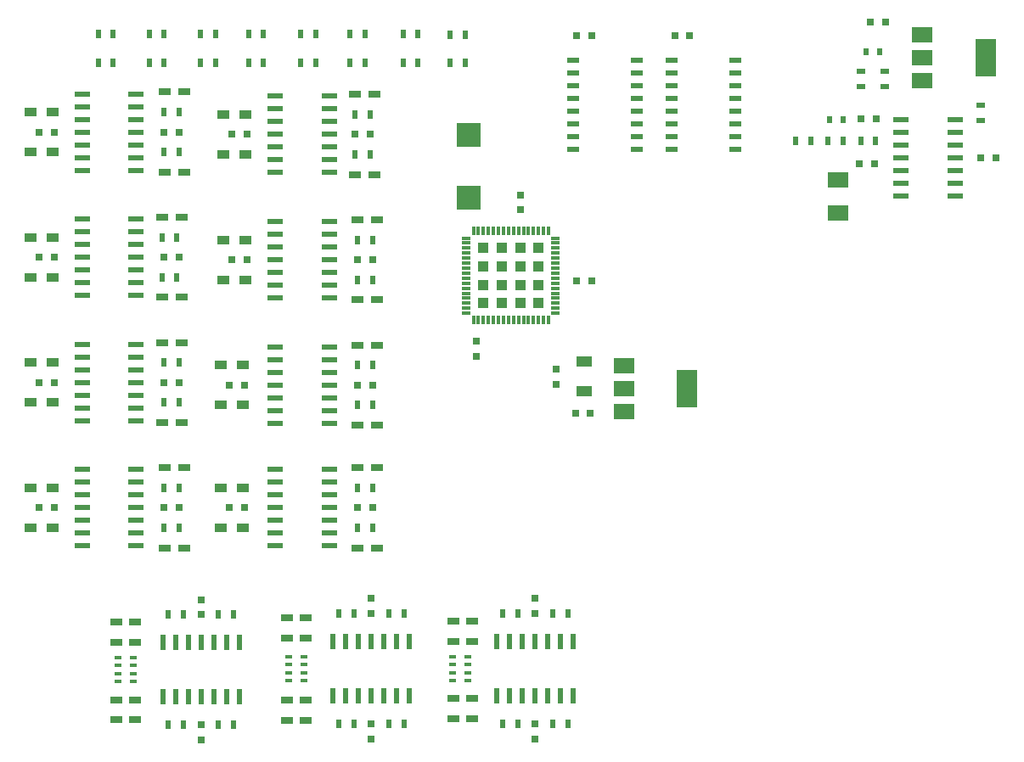
<source format=gbr>
G04 #@! TF.FileFunction,Paste,Top*
%FSLAX46Y46*%
G04 Gerber Fmt 4.6, Leading zero omitted, Abs format (unit mm)*
G04 Created by KiCad (PCBNEW 4.0.6-e0-6349~53~ubuntu16.04.1) date Sun Mar 26 23:02:30 2017*
%MOMM*%
%LPD*%
G01*
G04 APERTURE LIST*
%ADD10C,0.100000*%
%ADD11R,2.430000X2.370000*%
%ADD12R,0.600000X0.700000*%
%ADD13R,0.500000X0.900000*%
%ADD14R,1.143000X0.508000*%
%ADD15R,2.000000X3.800000*%
%ADD16R,2.000000X1.500000*%
%ADD17R,1.500000X0.600000*%
%ADD18R,0.800000X0.750000*%
%ADD19R,2.032000X1.524000*%
%ADD20R,1.200000X0.900000*%
%ADD21R,0.900000X0.500000*%
%ADD22R,1.200000X0.750000*%
%ADD23R,0.750000X0.800000*%
%ADD24R,0.760000X0.430000*%
%ADD25R,1.600000X1.000000*%
%ADD26R,0.850000X0.300000*%
%ADD27R,0.300000X0.850000*%
%ADD28R,1.102500X1.102500*%
%ADD29R,0.600000X1.500000*%
G04 APERTURE END LIST*
D10*
D11*
X87566500Y-74794500D03*
X87566500Y-81034500D03*
D12*
X123550000Y-73250000D03*
X124950000Y-73250000D03*
X127200000Y-66500000D03*
X128600000Y-66500000D03*
D13*
X50650000Y-67600000D03*
X52150000Y-67600000D03*
X50650000Y-64700000D03*
X52150000Y-64700000D03*
X85750000Y-64800000D03*
X87250000Y-64800000D03*
X85750000Y-67600000D03*
X87250000Y-67600000D03*
X82550000Y-67600000D03*
X81050000Y-67600000D03*
X82550000Y-64700000D03*
X81050000Y-64700000D03*
X67150000Y-67600000D03*
X65650000Y-67600000D03*
X67150000Y-64700000D03*
X65650000Y-64700000D03*
X60850000Y-67600000D03*
X62350000Y-67600000D03*
X60850000Y-64700000D03*
X62350000Y-64700000D03*
X75750000Y-64700000D03*
X77250000Y-64700000D03*
X75750000Y-67600000D03*
X77250000Y-67600000D03*
X72350000Y-64700000D03*
X70850000Y-64700000D03*
X72350000Y-67600000D03*
X70850000Y-67600000D03*
X57250000Y-64700000D03*
X55750000Y-64700000D03*
X57250000Y-67600000D03*
X55750000Y-67600000D03*
D14*
X104374999Y-67300000D03*
X104374999Y-69840000D03*
X104374999Y-71110000D03*
X104374999Y-72380000D03*
X104374999Y-73650000D03*
X104374999Y-74920000D03*
X104374999Y-76190000D03*
X98024999Y-76190000D03*
X98024999Y-74920000D03*
X98024999Y-73650000D03*
X98024999Y-72380000D03*
X98024999Y-71110000D03*
X98024999Y-69840000D03*
X98024999Y-68570000D03*
X98024999Y-67300000D03*
X104374999Y-68570000D03*
X114225000Y-67305000D03*
X114225000Y-69845000D03*
X114225000Y-71115000D03*
X114225000Y-72385000D03*
X114225000Y-73655000D03*
X114225000Y-74925000D03*
X114225000Y-76195000D03*
X107875000Y-76195000D03*
X107875000Y-74925000D03*
X107875000Y-73655000D03*
X107875000Y-72385000D03*
X107875000Y-71115000D03*
X107875000Y-69845000D03*
X107875000Y-68575000D03*
X107875000Y-67305000D03*
X114225000Y-68575000D03*
D15*
X139150000Y-67100000D03*
D16*
X132850000Y-67100000D03*
X132850000Y-69400000D03*
X132850000Y-64800000D03*
D17*
X130700000Y-73290000D03*
X130700000Y-74560000D03*
X130700000Y-75830000D03*
X130700000Y-77100000D03*
X130700000Y-78370000D03*
X130700000Y-79640000D03*
X130700000Y-80910000D03*
X136100000Y-80910000D03*
X136100000Y-79640000D03*
X136100000Y-78370000D03*
X136100000Y-77100000D03*
X136100000Y-75830000D03*
X136100000Y-74560000D03*
X136100000Y-73290000D03*
D18*
X98350000Y-64900000D03*
X99850000Y-64900000D03*
X108150000Y-64900000D03*
X109650000Y-64900000D03*
D19*
X124400000Y-79249000D03*
X124400000Y-82551000D03*
D13*
X124950000Y-75350000D03*
X123450000Y-75350000D03*
X57250000Y-110000000D03*
X58750000Y-110000000D03*
X76500000Y-114000000D03*
X78000000Y-114000000D03*
X76500000Y-110000000D03*
X78000000Y-110000000D03*
X57250000Y-114000000D03*
X58750000Y-114000000D03*
X57250000Y-97500000D03*
X58750000Y-97500000D03*
X76500000Y-101750000D03*
X78000000Y-101750000D03*
X76500000Y-97750000D03*
X78000000Y-97750000D03*
X57250000Y-101500000D03*
X58750000Y-101500000D03*
X57000000Y-85000000D03*
X58500000Y-85000000D03*
X76500000Y-89250000D03*
X78000000Y-89250000D03*
X76500000Y-85250000D03*
X78000000Y-85250000D03*
X57000000Y-89000000D03*
X58500000Y-89000000D03*
X57250000Y-72500000D03*
X58750000Y-72500000D03*
X76250000Y-76750000D03*
X77750000Y-76750000D03*
X76250000Y-72750000D03*
X77750000Y-72750000D03*
X57250000Y-76500000D03*
X58750000Y-76500000D03*
D18*
X44750000Y-74500000D03*
X46250000Y-74500000D03*
X57250000Y-74500000D03*
X58750000Y-74500000D03*
X44750000Y-99500000D03*
X46250000Y-99500000D03*
X57250000Y-87000000D03*
X58750000Y-87000000D03*
X44750000Y-87000000D03*
X46250000Y-87000000D03*
X57250000Y-99500000D03*
X58750000Y-99500000D03*
X63750000Y-112000000D03*
X65250000Y-112000000D03*
X76500000Y-112000000D03*
X78000000Y-112000000D03*
D20*
X62900000Y-114000000D03*
X65100000Y-114000000D03*
X62900000Y-110000000D03*
X65100000Y-110000000D03*
X43900000Y-114000000D03*
X46100000Y-114000000D03*
X43900000Y-110000000D03*
X46100000Y-110000000D03*
X62900000Y-101750000D03*
X65100000Y-101750000D03*
X62900000Y-97750000D03*
X65100000Y-97750000D03*
X43900000Y-101500000D03*
X46100000Y-101500000D03*
X43900000Y-97500000D03*
X46100000Y-97500000D03*
X63150000Y-89250000D03*
X65350000Y-89250000D03*
X63150000Y-85250000D03*
X65350000Y-85250000D03*
X46100000Y-89000000D03*
X43900000Y-89000000D03*
X43900000Y-85000000D03*
X46100000Y-85000000D03*
X63150000Y-76750000D03*
X65350000Y-76750000D03*
X63150000Y-72750000D03*
X65350000Y-72750000D03*
X46100000Y-76500000D03*
X43900000Y-76500000D03*
X43900000Y-72500000D03*
X46100000Y-72500000D03*
D21*
X138700000Y-73350000D03*
X138700000Y-71850000D03*
X126700000Y-68450000D03*
X126700000Y-69950000D03*
X129100000Y-68450000D03*
X129100000Y-69950000D03*
D13*
X128200000Y-75350000D03*
X126700000Y-75350000D03*
X121700000Y-75350000D03*
X120200000Y-75350000D03*
D18*
X127650000Y-63500000D03*
X129150000Y-63500000D03*
X128250000Y-73200000D03*
X126750000Y-73200000D03*
X140150000Y-77100000D03*
X138650000Y-77100000D03*
X126550000Y-77700000D03*
X128050000Y-77700000D03*
D17*
X68300000Y-108190000D03*
X68300000Y-109460000D03*
X68300000Y-110730000D03*
X68300000Y-112000000D03*
X68300000Y-113270000D03*
X68300000Y-114540000D03*
X68300000Y-115810000D03*
X73700000Y-115810000D03*
X73700000Y-114540000D03*
X73700000Y-113270000D03*
X73700000Y-112000000D03*
X73700000Y-110730000D03*
X73700000Y-109460000D03*
X73700000Y-108190000D03*
X49050000Y-108190000D03*
X49050000Y-109460000D03*
X49050000Y-110730000D03*
X49050000Y-112000000D03*
X49050000Y-113270000D03*
X49050000Y-114540000D03*
X49050000Y-115810000D03*
X54450000Y-115810000D03*
X54450000Y-114540000D03*
X54450000Y-113270000D03*
X54450000Y-112000000D03*
X54450000Y-110730000D03*
X54450000Y-109460000D03*
X54450000Y-108190000D03*
D18*
X44750000Y-112000000D03*
X46250000Y-112000000D03*
X57250000Y-112000000D03*
X58750000Y-112000000D03*
D22*
X76550000Y-116000000D03*
X78450000Y-116000000D03*
X76550000Y-108000000D03*
X78450000Y-108000000D03*
X57300000Y-116000000D03*
X59200000Y-116000000D03*
X57300000Y-108000000D03*
X59200000Y-108000000D03*
X52450000Y-125400000D03*
X54350000Y-125400000D03*
X52450000Y-123400000D03*
X54350000Y-123400000D03*
D23*
X60900000Y-121150000D03*
X60900000Y-122650000D03*
X60900000Y-133650000D03*
X60900000Y-135150000D03*
D22*
X69450000Y-125000000D03*
X71350000Y-125000000D03*
X69450000Y-123000000D03*
X71350000Y-123000000D03*
D23*
X77900000Y-121050000D03*
X77900000Y-122550000D03*
X77900000Y-133550000D03*
X77900000Y-135050000D03*
D22*
X86050000Y-125300000D03*
X87950000Y-125300000D03*
X86050000Y-123300000D03*
X87950000Y-123300000D03*
D23*
X94250000Y-121050000D03*
X94250000Y-122550000D03*
X94250000Y-133550000D03*
X94250000Y-135050000D03*
D17*
X68300000Y-95940000D03*
X68300000Y-97210000D03*
X68300000Y-98480000D03*
X68300000Y-99750000D03*
X68300000Y-101020000D03*
X68300000Y-102290000D03*
X68300000Y-103560000D03*
X73700000Y-103560000D03*
X73700000Y-102290000D03*
X73700000Y-101020000D03*
X73700000Y-99750000D03*
X73700000Y-98480000D03*
X73700000Y-97210000D03*
X73700000Y-95940000D03*
X49050000Y-95690000D03*
X49050000Y-96960000D03*
X49050000Y-98230000D03*
X49050000Y-99500000D03*
X49050000Y-100770000D03*
X49050000Y-102040000D03*
X49050000Y-103310000D03*
X54450000Y-103310000D03*
X54450000Y-102040000D03*
X54450000Y-100770000D03*
X54450000Y-99500000D03*
X54450000Y-98230000D03*
X54450000Y-96960000D03*
X54450000Y-95690000D03*
X68300000Y-83440000D03*
X68300000Y-84710000D03*
X68300000Y-85980000D03*
X68300000Y-87250000D03*
X68300000Y-88520000D03*
X68300000Y-89790000D03*
X68300000Y-91060000D03*
X73700000Y-91060000D03*
X73700000Y-89790000D03*
X73700000Y-88520000D03*
X73700000Y-87250000D03*
X73700000Y-85980000D03*
X73700000Y-84710000D03*
X73700000Y-83440000D03*
X49050000Y-83190000D03*
X49050000Y-84460000D03*
X49050000Y-85730000D03*
X49050000Y-87000000D03*
X49050000Y-88270000D03*
X49050000Y-89540000D03*
X49050000Y-90810000D03*
X54450000Y-90810000D03*
X54450000Y-89540000D03*
X54450000Y-88270000D03*
X54450000Y-87000000D03*
X54450000Y-85730000D03*
X54450000Y-84460000D03*
X54450000Y-83190000D03*
X68300000Y-70940000D03*
X68300000Y-72210000D03*
X68300000Y-73480000D03*
X68300000Y-74750000D03*
X68300000Y-76020000D03*
X68300000Y-77290000D03*
X68300000Y-78560000D03*
X73700000Y-78560000D03*
X73700000Y-77290000D03*
X73700000Y-76020000D03*
X73700000Y-74750000D03*
X73700000Y-73480000D03*
X73700000Y-72210000D03*
X73700000Y-70940000D03*
X49050000Y-70690000D03*
X49050000Y-71960000D03*
X49050000Y-73230000D03*
X49050000Y-74500000D03*
X49050000Y-75770000D03*
X49050000Y-77040000D03*
X49050000Y-78310000D03*
X54450000Y-78310000D03*
X54450000Y-77040000D03*
X54450000Y-75770000D03*
X54450000Y-74500000D03*
X54450000Y-73230000D03*
X54450000Y-71960000D03*
X54450000Y-70690000D03*
D24*
X71160000Y-128450000D03*
X69640000Y-128450000D03*
X71160000Y-127650000D03*
X69640000Y-127650000D03*
X71160000Y-129250000D03*
X71160000Y-126850000D03*
X69640000Y-126850000D03*
X69640000Y-129250000D03*
X87510000Y-128450000D03*
X85990000Y-128450000D03*
X87510000Y-127650000D03*
X85990000Y-127650000D03*
X87510000Y-129250000D03*
X87510000Y-126850000D03*
X85990000Y-126850000D03*
X85990000Y-129250000D03*
D25*
X99100000Y-97400000D03*
X99100000Y-100400000D03*
D23*
X96300000Y-98150000D03*
X96300000Y-99650000D03*
D18*
X99750000Y-102600000D03*
X98250000Y-102600000D03*
D24*
X54160000Y-128550000D03*
X52640000Y-128550000D03*
X54160000Y-127750000D03*
X52640000Y-127750000D03*
X54160000Y-129350000D03*
X54160000Y-126950000D03*
X52640000Y-126950000D03*
X52640000Y-129350000D03*
D13*
X64150000Y-122650000D03*
X62650000Y-122650000D03*
X57650000Y-122650000D03*
X59150000Y-122650000D03*
X64150000Y-133650000D03*
X62650000Y-133650000D03*
X57650000Y-133650000D03*
X59150000Y-133650000D03*
D18*
X63750000Y-99750000D03*
X65250000Y-99750000D03*
X76500000Y-99750000D03*
X78000000Y-99750000D03*
X64000000Y-87250000D03*
X65500000Y-87250000D03*
X76500000Y-87250000D03*
X78000000Y-87250000D03*
X64000000Y-74750000D03*
X65500000Y-74750000D03*
X76250000Y-74750000D03*
X77750000Y-74750000D03*
D13*
X74650000Y-122550000D03*
X76150000Y-122550000D03*
X81150000Y-122550000D03*
X79650000Y-122550000D03*
X81150000Y-133550000D03*
X79650000Y-133550000D03*
X74650000Y-133550000D03*
X76150000Y-133550000D03*
X91000000Y-122550000D03*
X92500000Y-122550000D03*
X97500000Y-122550000D03*
X96000000Y-122550000D03*
X97500000Y-133550000D03*
X96000000Y-133550000D03*
X91000000Y-133550000D03*
X92500000Y-133550000D03*
D15*
X109391000Y-100084000D03*
D16*
X103091000Y-100084000D03*
X103091000Y-102384000D03*
X103091000Y-97784000D03*
D26*
X96271000Y-92586500D03*
X96271000Y-92086500D03*
X96271000Y-91586500D03*
X96271000Y-91086500D03*
X96271000Y-90586500D03*
X96271000Y-90086500D03*
X96271000Y-89586500D03*
X96271000Y-89086500D03*
X96271000Y-88586500D03*
X96271000Y-88086500D03*
X96271000Y-87586500D03*
X96271000Y-87086500D03*
X96271000Y-86586500D03*
X96271000Y-86086500D03*
X96271000Y-85586500D03*
X96271000Y-85086500D03*
D27*
X95571000Y-84386500D03*
X95071000Y-84386500D03*
X94571000Y-84386500D03*
X94071000Y-84386500D03*
X93571000Y-84386500D03*
X93071000Y-84386500D03*
X92571000Y-84386500D03*
X92071000Y-84386500D03*
X91571000Y-84386500D03*
X91071000Y-84386500D03*
X90571000Y-84386500D03*
X90071000Y-84386500D03*
X89571000Y-84386500D03*
X89071000Y-84386500D03*
X88571000Y-84386500D03*
X88071000Y-84386500D03*
D26*
X87371000Y-85086500D03*
X87371000Y-85586500D03*
X87371000Y-86086500D03*
X87371000Y-86586500D03*
X87371000Y-87086500D03*
X87371000Y-87586500D03*
X87371000Y-88086500D03*
X87371000Y-88586500D03*
X87371000Y-89086500D03*
X87371000Y-89586500D03*
X87371000Y-90086500D03*
X87371000Y-90586500D03*
X87371000Y-91086500D03*
X87371000Y-91586500D03*
X87371000Y-92086500D03*
X87371000Y-92586500D03*
D27*
X88071000Y-93286500D03*
X88571000Y-93286500D03*
X89071000Y-93286500D03*
X89571000Y-93286500D03*
X90071000Y-93286500D03*
X90571000Y-93286500D03*
X91071000Y-93286500D03*
X91571000Y-93286500D03*
X92071000Y-93286500D03*
X92571000Y-93286500D03*
X93071000Y-93286500D03*
X93571000Y-93286500D03*
X94071000Y-93286500D03*
X94571000Y-93286500D03*
X95071000Y-93286500D03*
X95571000Y-93286500D03*
D28*
X89064750Y-86080250D03*
X89064750Y-87917750D03*
X89064750Y-89755250D03*
X89064750Y-91592750D03*
X90902250Y-86080250D03*
X90902250Y-87917750D03*
X90902250Y-89755250D03*
X90902250Y-91592750D03*
X92739750Y-86080250D03*
X92739750Y-87917750D03*
X92739750Y-89755250D03*
X92739750Y-91592750D03*
X94577250Y-86080250D03*
X94577250Y-87917750D03*
X94577250Y-89755250D03*
X94577250Y-91592750D03*
D29*
X57090000Y-130850000D03*
X58360000Y-130850000D03*
X59630000Y-130850000D03*
X60900000Y-130850000D03*
X62170000Y-130850000D03*
X63440000Y-130850000D03*
X64710000Y-130850000D03*
X64710000Y-125450000D03*
X63440000Y-125450000D03*
X62170000Y-125450000D03*
X60900000Y-125450000D03*
X59630000Y-125450000D03*
X58360000Y-125450000D03*
X57090000Y-125450000D03*
X74090000Y-130750000D03*
X75360000Y-130750000D03*
X76630000Y-130750000D03*
X77900000Y-130750000D03*
X79170000Y-130750000D03*
X80440000Y-130750000D03*
X81710000Y-130750000D03*
X81710000Y-125350000D03*
X80440000Y-125350000D03*
X79170000Y-125350000D03*
X77900000Y-125350000D03*
X76630000Y-125350000D03*
X75360000Y-125350000D03*
X74090000Y-125350000D03*
X90440000Y-130750000D03*
X91710000Y-130750000D03*
X92980000Y-130750000D03*
X94250000Y-130750000D03*
X95520000Y-130750000D03*
X96790000Y-130750000D03*
X98060000Y-130750000D03*
X98060000Y-125350000D03*
X96790000Y-125350000D03*
X95520000Y-125350000D03*
X94250000Y-125350000D03*
X92980000Y-125350000D03*
X91710000Y-125350000D03*
X90440000Y-125350000D03*
D22*
X76550000Y-103750000D03*
X78450000Y-103750000D03*
X76550000Y-95750000D03*
X78450000Y-95750000D03*
X57050000Y-103500000D03*
X58950000Y-103500000D03*
X57050000Y-95500000D03*
X58950000Y-95500000D03*
X76550000Y-91250000D03*
X78450000Y-91250000D03*
X76550000Y-83250000D03*
X78450000Y-83250000D03*
X57050000Y-91000000D03*
X58950000Y-91000000D03*
X57050000Y-83000000D03*
X58950000Y-83000000D03*
X76300000Y-78750000D03*
X78200000Y-78750000D03*
X76300000Y-70750000D03*
X78200000Y-70750000D03*
X57300000Y-78500000D03*
X59200000Y-78500000D03*
X57300000Y-70500000D03*
X59200000Y-70500000D03*
X52450000Y-133150000D03*
X54350000Y-133150000D03*
X52450000Y-131150000D03*
X54350000Y-131150000D03*
X69450000Y-133200000D03*
X71350000Y-133200000D03*
X69450000Y-131200000D03*
X71350000Y-131200000D03*
X86050000Y-133050000D03*
X87950000Y-133050000D03*
X86050000Y-131050000D03*
X87950000Y-131050000D03*
D23*
X88328500Y-95389000D03*
X88328500Y-96889000D03*
X92773500Y-82284000D03*
X92773500Y-80784000D03*
D18*
X98373500Y-89344500D03*
X99873500Y-89344500D03*
M02*

</source>
